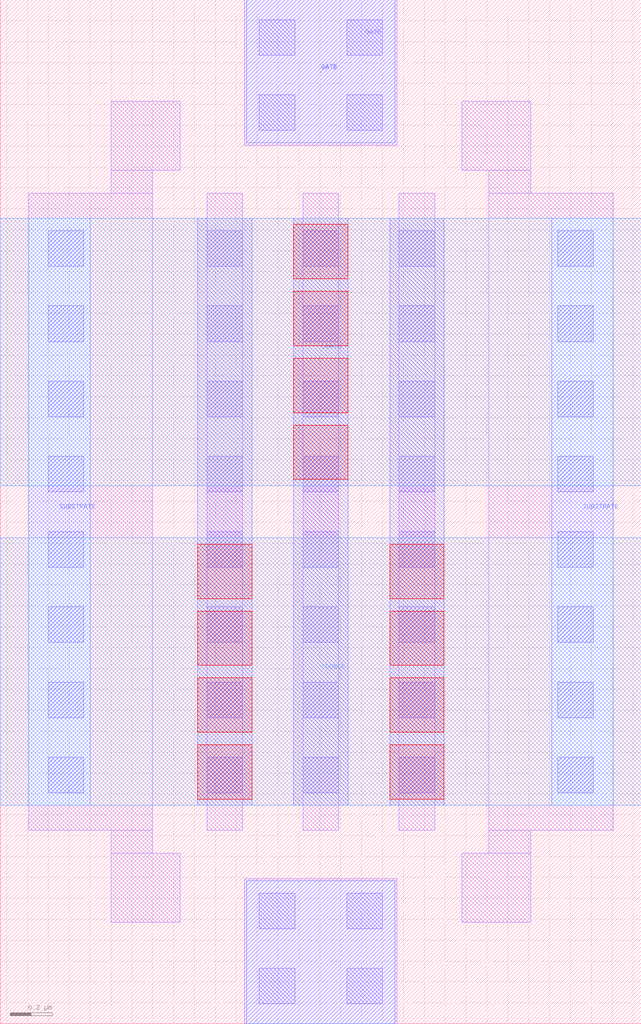
<source format=lef>
# Copyright 2020 The SkyWater PDK Authors
#
# Licensed under the Apache License, Version 2.0 (the "License");
# you may not use this file except in compliance with the License.
# You may obtain a copy of the License at
#
#     https://www.apache.org/licenses/LICENSE-2.0
#
# Unless required by applicable law or agreed to in writing, software
# distributed under the License is distributed on an "AS IS" BASIS,
# WITHOUT WARRANTIES OR CONDITIONS OF ANY KIND, either express or implied.
# See the License for the specific language governing permissions and
# limitations under the License.
#
# SPDX-License-Identifier: Apache-2.0

VERSION 5.7 ;
  NOWIREEXTENSIONATPIN ON ;
  DIVIDERCHAR "/" ;
  BUSBITCHARS "[]" ;
MACRO sky130_fd_pr__rf_nfet_01v8_lvt_cM02W3p00L0p18
  CLASS BLOCK ;
  FOREIGN sky130_fd_pr__rf_nfet_01v8_lvt_cM02W3p00L0p18 ;
  ORIGIN -0.070000  0.000000 ;
  SIZE  3.070000 BY  4.900000 ;
  PIN DRAIN
    ANTENNADIFFAREA  0.842800 ;
    PORT
      LAYER met2 ;
        RECT 0.070000 2.575000 3.140000 3.855000 ;
    END
  END DRAIN
  PIN GATE
    ANTENNAGATEAREA  1.083600 ;
    PORT
      LAYER li1 ;
        RECT 1.240000 0.000000 1.970000 0.695000 ;
        RECT 1.240000 4.205000 1.970000 4.900000 ;
      LAYER mcon ;
        RECT 1.310000 0.095000 1.480000 0.265000 ;
        RECT 1.310000 0.455000 1.480000 0.625000 ;
        RECT 1.310000 4.275000 1.480000 4.445000 ;
        RECT 1.310000 4.635000 1.480000 4.805000 ;
        RECT 1.730000 0.095000 1.900000 0.265000 ;
        RECT 1.730000 0.455000 1.900000 0.625000 ;
        RECT 1.730000 4.275000 1.900000 4.445000 ;
        RECT 1.730000 4.635000 1.900000 4.805000 ;
    END
    PORT
      LAYER met1 ;
        RECT 1.250000 0.000000 1.960000 0.685000 ;
        RECT 1.250000 4.215000 1.960000 4.900000 ;
    END
  END GATE
  PIN SOURCE
    ANTENNADIFFAREA  1.685600 ;
    PORT
      LAYER met2 ;
        RECT 0.070000 1.045000 3.140000 2.325000 ;
    END
  END SOURCE
  PIN SUBSTRATE
    ANTENNADIFFAREA  1.956500 ;
    ANTENNAGATEAREA  0.451500 ;
    PORT
      LAYER met1 ;
        RECT 0.205000 1.045000 0.500000 3.855000 ;
    END
    PORT
      LAYER met1 ;
        RECT 2.710000 1.045000 3.005000 3.855000 ;
    END
  END SUBSTRATE
  OBS
    LAYER li1 ;
      RECT 0.205000 0.925000 0.800000 3.975000 ;
      RECT 0.600000 0.485000 0.930000 0.815000 ;
      RECT 0.600000 0.815000 0.800000 0.925000 ;
      RECT 0.600000 3.975000 0.800000 4.085000 ;
      RECT 0.600000 4.085000 0.930000 4.415000 ;
      RECT 1.060000 0.925000 1.230000 3.975000 ;
      RECT 1.520000 0.925000 1.690000 3.975000 ;
      RECT 1.980000 0.925000 2.150000 3.975000 ;
      RECT 2.280000 0.485000 2.610000 0.815000 ;
      RECT 2.280000 4.085000 2.610000 4.415000 ;
      RECT 2.410000 0.815000 2.610000 0.925000 ;
      RECT 2.410000 0.925000 3.005000 3.975000 ;
      RECT 2.410000 3.975000 2.610000 4.085000 ;
    LAYER mcon ;
      RECT 0.300000 1.105000 0.470000 1.275000 ;
      RECT 0.300000 1.465000 0.470000 1.635000 ;
      RECT 0.300000 1.825000 0.470000 1.995000 ;
      RECT 0.300000 2.185000 0.470000 2.355000 ;
      RECT 0.300000 2.545000 0.470000 2.715000 ;
      RECT 0.300000 2.905000 0.470000 3.075000 ;
      RECT 0.300000 3.265000 0.470000 3.435000 ;
      RECT 0.300000 3.625000 0.470000 3.795000 ;
      RECT 1.060000 1.105000 1.230000 1.275000 ;
      RECT 1.060000 1.465000 1.230000 1.635000 ;
      RECT 1.060000 1.825000 1.230000 1.995000 ;
      RECT 1.060000 2.185000 1.230000 2.355000 ;
      RECT 1.060000 2.545000 1.230000 2.715000 ;
      RECT 1.060000 2.905000 1.230000 3.075000 ;
      RECT 1.060000 3.265000 1.230000 3.435000 ;
      RECT 1.060000 3.625000 1.230000 3.795000 ;
      RECT 1.520000 1.105000 1.690000 1.275000 ;
      RECT 1.520000 1.465000 1.690000 1.635000 ;
      RECT 1.520000 1.825000 1.690000 1.995000 ;
      RECT 1.520000 2.185000 1.690000 2.355000 ;
      RECT 1.520000 2.545000 1.690000 2.715000 ;
      RECT 1.520000 2.905000 1.690000 3.075000 ;
      RECT 1.520000 3.265000 1.690000 3.435000 ;
      RECT 1.520000 3.625000 1.690000 3.795000 ;
      RECT 1.980000 1.105000 2.150000 1.275000 ;
      RECT 1.980000 1.465000 2.150000 1.635000 ;
      RECT 1.980000 1.825000 2.150000 1.995000 ;
      RECT 1.980000 2.185000 2.150000 2.355000 ;
      RECT 1.980000 2.545000 2.150000 2.715000 ;
      RECT 1.980000 2.905000 2.150000 3.075000 ;
      RECT 1.980000 3.265000 2.150000 3.435000 ;
      RECT 1.980000 3.625000 2.150000 3.795000 ;
      RECT 2.740000 1.105000 2.910000 1.275000 ;
      RECT 2.740000 1.465000 2.910000 1.635000 ;
      RECT 2.740000 1.825000 2.910000 1.995000 ;
      RECT 2.740000 2.185000 2.910000 2.355000 ;
      RECT 2.740000 2.545000 2.910000 2.715000 ;
      RECT 2.740000 2.905000 2.910000 3.075000 ;
      RECT 2.740000 3.265000 2.910000 3.435000 ;
      RECT 2.740000 3.625000 2.910000 3.795000 ;
    LAYER met1 ;
      RECT 1.015000 1.045000 1.275000 3.855000 ;
      RECT 1.475000 1.045000 1.735000 3.855000 ;
      RECT 1.935000 1.045000 2.195000 3.855000 ;
    LAYER via ;
      RECT 1.015000 1.075000 1.275000 1.335000 ;
      RECT 1.015000 1.395000 1.275000 1.655000 ;
      RECT 1.015000 1.715000 1.275000 1.975000 ;
      RECT 1.015000 2.035000 1.275000 2.295000 ;
      RECT 1.475000 2.605000 1.735000 2.865000 ;
      RECT 1.475000 2.925000 1.735000 3.185000 ;
      RECT 1.475000 3.245000 1.735000 3.505000 ;
      RECT 1.475000 3.565000 1.735000 3.825000 ;
      RECT 1.935000 1.075000 2.195000 1.335000 ;
      RECT 1.935000 1.395000 2.195000 1.655000 ;
      RECT 1.935000 1.715000 2.195000 1.975000 ;
      RECT 1.935000 2.035000 2.195000 2.295000 ;
  END
END sky130_fd_pr__rf_nfet_01v8_lvt_cM02W3p00L0p18
END LIBRARY

</source>
